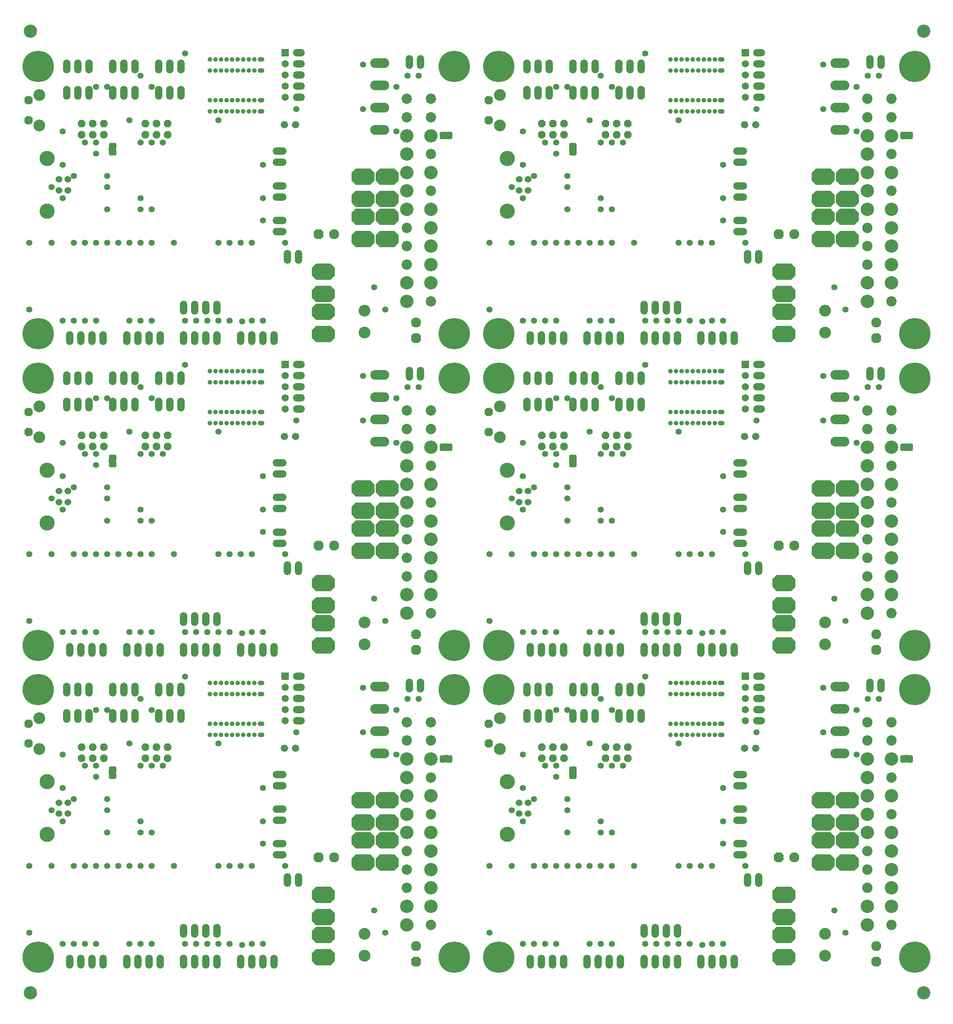
<source format=gbs>
%FSLAX24Y24*%
%MOIN*%
G70*
G01*
G75*
G04 Layer_Color=16711935*
%ADD10C,0.0070*%
G04:AMPARAMS|DCode=11|XSize=78.7mil|YSize=78.7mil|CornerRadius=39.4mil|HoleSize=0mil|Usage=FLASHONLY|Rotation=90.000|XOffset=0mil|YOffset=0mil|HoleType=Round|Shape=RoundedRectangle|*
%AMROUNDEDRECTD11*
21,1,0.0787,0.0000,0,0,90.0*
21,1,0.0000,0.0787,0,0,90.0*
1,1,0.0787,0.0000,0.0000*
1,1,0.0787,0.0000,0.0000*
1,1,0.0787,0.0000,0.0000*
1,1,0.0787,0.0000,0.0000*
%
%ADD11ROUNDEDRECTD11*%
%ADD12C,0.0100*%
G04:AMPARAMS|DCode=13|XSize=52mil|YSize=60mil|CornerRadius=13mil|HoleSize=0mil|Usage=FLASHONLY|Rotation=180.000|XOffset=0mil|YOffset=0mil|HoleType=Round|Shape=RoundedRectangle|*
%AMROUNDEDRECTD13*
21,1,0.0520,0.0340,0,0,180.0*
21,1,0.0260,0.0600,0,0,180.0*
1,1,0.0260,-0.0130,0.0170*
1,1,0.0260,0.0130,0.0170*
1,1,0.0260,0.0130,-0.0170*
1,1,0.0260,-0.0130,-0.0170*
%
%ADD13ROUNDEDRECTD13*%
%ADD14R,0.0600X0.0120*%
%ADD15R,0.0120X0.0600*%
G04:AMPARAMS|DCode=16|XSize=29.1mil|YSize=39.4mil|CornerRadius=5.8mil|HoleSize=0mil|Usage=FLASHONLY|Rotation=180.000|XOffset=0mil|YOffset=0mil|HoleType=Round|Shape=RoundedRectangle|*
%AMROUNDEDRECTD16*
21,1,0.0291,0.0277,0,0,180.0*
21,1,0.0175,0.0394,0,0,180.0*
1,1,0.0117,-0.0087,0.0139*
1,1,0.0117,0.0087,0.0139*
1,1,0.0117,0.0087,-0.0139*
1,1,0.0117,-0.0087,-0.0139*
%
%ADD16ROUNDEDRECTD16*%
%ADD17R,0.1370X0.1370*%
G04:AMPARAMS|DCode=18|XSize=12mil|YSize=32mil|CornerRadius=4.8mil|HoleSize=0mil|Usage=FLASHONLY|Rotation=270.000|XOffset=0mil|YOffset=0mil|HoleType=Round|Shape=RoundedRectangle|*
%AMROUNDEDRECTD18*
21,1,0.0120,0.0224,0,0,270.0*
21,1,0.0024,0.0320,0,0,270.0*
1,1,0.0096,-0.0112,-0.0012*
1,1,0.0096,-0.0112,0.0012*
1,1,0.0096,0.0112,0.0012*
1,1,0.0096,0.0112,-0.0012*
%
%ADD18ROUNDEDRECTD18*%
G04:AMPARAMS|DCode=19|XSize=12mil|YSize=32mil|CornerRadius=4.8mil|HoleSize=0mil|Usage=FLASHONLY|Rotation=180.000|XOffset=0mil|YOffset=0mil|HoleType=Round|Shape=RoundedRectangle|*
%AMROUNDEDRECTD19*
21,1,0.0120,0.0224,0,0,180.0*
21,1,0.0024,0.0320,0,0,180.0*
1,1,0.0096,-0.0012,0.0112*
1,1,0.0096,0.0012,0.0112*
1,1,0.0096,0.0012,-0.0112*
1,1,0.0096,-0.0012,-0.0112*
%
%ADD19ROUNDEDRECTD19*%
%ADD20R,0.1370X0.1370*%
G04:AMPARAMS|DCode=21|XSize=22mil|YSize=24mil|CornerRadius=4.4mil|HoleSize=0mil|Usage=FLASHONLY|Rotation=90.000|XOffset=0mil|YOffset=0mil|HoleType=Round|Shape=RoundedRectangle|*
%AMROUNDEDRECTD21*
21,1,0.0220,0.0152,0,0,90.0*
21,1,0.0132,0.0240,0,0,90.0*
1,1,0.0088,0.0076,0.0066*
1,1,0.0088,0.0076,-0.0066*
1,1,0.0088,-0.0076,-0.0066*
1,1,0.0088,-0.0076,0.0066*
%
%ADD21ROUNDEDRECTD21*%
%ADD22R,0.0236X0.1319*%
G04:AMPARAMS|DCode=23|XSize=22mil|YSize=24mil|CornerRadius=4.4mil|HoleSize=0mil|Usage=FLASHONLY|Rotation=180.000|XOffset=0mil|YOffset=0mil|HoleType=Round|Shape=RoundedRectangle|*
%AMROUNDEDRECTD23*
21,1,0.0220,0.0152,0,0,180.0*
21,1,0.0132,0.0240,0,0,180.0*
1,1,0.0088,-0.0066,0.0076*
1,1,0.0088,0.0066,0.0076*
1,1,0.0088,0.0066,-0.0076*
1,1,0.0088,-0.0066,-0.0076*
%
%ADD23ROUNDEDRECTD23*%
G04:AMPARAMS|DCode=24|XSize=29.1mil|YSize=39.4mil|CornerRadius=5.8mil|HoleSize=0mil|Usage=FLASHONLY|Rotation=270.000|XOffset=0mil|YOffset=0mil|HoleType=Round|Shape=RoundedRectangle|*
%AMROUNDEDRECTD24*
21,1,0.0291,0.0277,0,0,270.0*
21,1,0.0175,0.0394,0,0,270.0*
1,1,0.0117,-0.0139,-0.0087*
1,1,0.0117,-0.0139,0.0087*
1,1,0.0117,0.0139,0.0087*
1,1,0.0117,0.0139,-0.0087*
%
%ADD24ROUNDEDRECTD24*%
G04:AMPARAMS|DCode=25|XSize=52mil|YSize=60mil|CornerRadius=13mil|HoleSize=0mil|Usage=FLASHONLY|Rotation=270.000|XOffset=0mil|YOffset=0mil|HoleType=Round|Shape=RoundedRectangle|*
%AMROUNDEDRECTD25*
21,1,0.0520,0.0340,0,0,270.0*
21,1,0.0260,0.0600,0,0,270.0*
1,1,0.0260,-0.0170,-0.0130*
1,1,0.0260,-0.0170,0.0130*
1,1,0.0260,0.0170,0.0130*
1,1,0.0260,0.0170,-0.0130*
%
%ADD25ROUNDEDRECTD25*%
%ADD26R,0.0200X0.0260*%
%ADD27R,0.0709X0.0543*%
%ADD28R,0.0543X0.0709*%
G04:AMPARAMS|DCode=29|XSize=63mil|YSize=71mil|CornerRadius=15.8mil|HoleSize=0mil|Usage=FLASHONLY|Rotation=270.000|XOffset=0mil|YOffset=0mil|HoleType=Round|Shape=RoundedRectangle|*
%AMROUNDEDRECTD29*
21,1,0.0630,0.0395,0,0,270.0*
21,1,0.0315,0.0710,0,0,270.0*
1,1,0.0315,-0.0198,-0.0158*
1,1,0.0315,-0.0198,0.0158*
1,1,0.0315,0.0198,0.0158*
1,1,0.0315,0.0198,-0.0158*
%
%ADD29ROUNDEDRECTD29*%
%ADD30R,0.0500X0.0150*%
%ADD31R,0.0790X0.0790*%
%ADD32R,0.0790X0.0790*%
%ADD33R,0.0280X0.0200*%
%ADD34R,0.0200X0.0280*%
%ADD35R,0.0360X0.0320*%
%ADD36R,0.0320X0.0360*%
%ADD37R,0.0630X0.1260*%
%ADD38R,0.0240X0.0240*%
%ADD39R,0.0480X0.0480*%
%ADD40R,0.0480X0.0480*%
G04:AMPARAMS|DCode=41|XSize=40mil|YSize=40mil|CornerRadius=20mil|HoleSize=0mil|Usage=FLASHONLY|Rotation=0.000|XOffset=0mil|YOffset=0mil|HoleType=Round|Shape=RoundedRectangle|*
%AMROUNDEDRECTD41*
21,1,0.0400,0.0000,0,0,0.0*
21,1,0.0000,0.0400,0,0,0.0*
1,1,0.0400,0.0000,0.0000*
1,1,0.0400,0.0000,0.0000*
1,1,0.0400,0.0000,0.0000*
1,1,0.0400,0.0000,0.0000*
%
%ADD41ROUNDEDRECTD41*%
%ADD42R,0.0420X0.0520*%
%ADD43R,0.0280X0.0560*%
%ADD44R,0.1970X0.1700*%
%ADD45C,0.0240*%
%ADD46C,0.0080*%
%ADD47C,0.0500*%
%ADD48C,0.0800*%
%ADD49C,0.0320*%
%ADD50C,0.0200*%
%ADD51C,0.0600*%
%ADD52C,0.0250*%
%ADD53C,0.1000*%
%ADD54C,0.0120*%
%ADD55C,0.0140*%
%ADD56C,0.0400*%
%ADD57R,0.1063X0.1220*%
%ADD58R,0.1457X0.2087*%
%ADD59R,0.0945X0.1339*%
%ADD60R,0.0805X0.1685*%
%ADD61R,0.0551X0.0472*%
%ADD62R,0.2441X0.2008*%
%ADD63R,0.3819X0.2046*%
%ADD64R,0.1620X0.0803*%
%ADD65O,0.1024X0.0591*%
%ADD66C,0.0591*%
%ADD67R,0.0591X0.0591*%
%ADD68O,0.0540X0.0360*%
%ADD69C,0.0360*%
%ADD70C,0.1305*%
%ADD71C,0.0540*%
%ADD72P,0.0758X8X292.5*%
%ADD73C,0.1000*%
%ADD74C,0.2756*%
%ADD75O,0.1650X0.0825*%
%ADD76O,0.0600X0.1200*%
%ADD77O,0.1200X0.0600*%
%ADD78C,0.0600*%
%ADD79P,0.0671X8X22.5*%
%ADD80C,0.0840*%
%ADD81P,0.0909X8X292.5*%
%ADD82P,0.0909X8X202.5*%
%ADD83C,0.1142*%
%ADD84C,0.0870*%
G04:AMPARAMS|DCode=85|XSize=140mil|YSize=200mil|CornerRadius=0mil|HoleSize=0mil|Usage=FLASHONLY|Rotation=270.000|XOffset=0mil|YOffset=0mil|HoleType=Round|Shape=Octagon|*
%AMOCTAGOND85*
4,1,8,0.1000,0.0350,0.1000,-0.0350,0.0650,-0.0700,-0.0650,-0.0700,-0.1000,-0.0350,-0.1000,0.0350,-0.0650,0.0700,0.0650,0.0700,0.1000,0.0350,0.0*
%
%ADD85OCTAGOND85*%

%ADD86C,0.0300*%
%ADD87C,0.0500*%
%ADD88C,0.0320*%
%ADD89C,0.1581*%
%ADD90C,0.0594*%
G04:AMPARAMS|DCode=91|XSize=95.433mil|YSize=95.433mil|CornerRadius=0mil|HoleSize=0mil|Usage=FLASHONLY|Rotation=0.000|XOffset=0mil|YOffset=0mil|HoleType=Round|Shape=Relief|Width=10mil|Gap=10mil|Entries=4|*
%AMTHD91*
7,0,0,0.0954,0.0754,0.0100,45*
%
%ADD91THD91*%
%ADD92C,0.0460*%
G04:AMPARAMS|DCode=93|XSize=82mil|YSize=82mil|CornerRadius=0mil|HoleSize=0mil|Usage=FLASHONLY|Rotation=0.000|XOffset=0mil|YOffset=0mil|HoleType=Round|Shape=Relief|Width=10mil|Gap=10mil|Entries=4|*
%AMTHD93*
7,0,0,0.0820,0.0620,0.0100,45*
%
%ADD93THD93*%
%ADD94C,0.1110*%
G04:AMPARAMS|DCode=95|XSize=98mil|YSize=98mil|CornerRadius=0mil|HoleSize=0mil|Usage=FLASHONLY|Rotation=0.000|XOffset=0mil|YOffset=0mil|HoleType=Round|Shape=Relief|Width=10mil|Gap=10mil|Entries=4|*
%AMTHD95*
7,0,0,0.0980,0.0780,0.0100,45*
%
%ADD95THD95*%
%ADD96C,0.0620*%
%ADD97C,0.0640*%
G04:AMPARAMS|DCode=98|XSize=100mil|YSize=100mil|CornerRadius=0mil|HoleSize=0mil|Usage=FLASHONLY|Rotation=0.000|XOffset=0mil|YOffset=0mil|HoleType=Round|Shape=Relief|Width=10mil|Gap=10mil|Entries=4|*
%AMTHD98*
7,0,0,0.1000,0.0800,0.0100,45*
%
%ADD98THD98*%
%ADD99C,0.0830*%
%ADD100C,0.1421*%
%ADD101C,0.0790*%
G04:AMPARAMS|DCode=102|XSize=130.866mil|YSize=130.866mil|CornerRadius=0mil|HoleSize=0mil|Usage=FLASHONLY|Rotation=0.000|XOffset=0mil|YOffset=0mil|HoleType=Round|Shape=Relief|Width=10mil|Gap=10mil|Entries=4|*
%AMTHD102*
7,0,0,0.1309,0.1109,0.0100,45*
%
%ADD102THD102*%
%ADD103C,0.0949*%
%ADD104C,0.1240*%
%ADD105C,0.0390*%
%ADD106C,0.0520*%
%ADD107C,0.1400*%
%ADD108R,0.4094X0.4331*%
%ADD109R,0.3425X0.4331*%
%ADD110R,0.3583X0.4331*%
%ADD111R,0.3622X0.4331*%
G04:AMPARAMS|DCode=112|XSize=46mil|YSize=63mil|CornerRadius=11.5mil|HoleSize=0mil|Usage=FLASHONLY|Rotation=180.000|XOffset=0mil|YOffset=0mil|HoleType=Round|Shape=RoundedRectangle|*
%AMROUNDEDRECTD112*
21,1,0.0460,0.0400,0,0,180.0*
21,1,0.0230,0.0630,0,0,180.0*
1,1,0.0230,-0.0115,0.0200*
1,1,0.0230,0.0115,0.0200*
1,1,0.0230,0.0115,-0.0200*
1,1,0.0230,-0.0115,-0.0200*
%
%ADD112ROUNDEDRECTD112*%
G04:AMPARAMS|DCode=113|XSize=50mil|YSize=50mil|CornerRadius=25mil|HoleSize=0mil|Usage=FLASHONLY|Rotation=180.000|XOffset=0mil|YOffset=0mil|HoleType=Round|Shape=RoundedRectangle|*
%AMROUNDEDRECTD113*
21,1,0.0500,0.0000,0,0,180.0*
21,1,0.0000,0.0500,0,0,180.0*
1,1,0.0500,0.0000,0.0000*
1,1,0.0500,0.0000,0.0000*
1,1,0.0500,0.0000,0.0000*
1,1,0.0500,0.0000,0.0000*
%
%ADD113ROUNDEDRECTD113*%
G04:AMPARAMS|DCode=114|XSize=50mil|YSize=50mil|CornerRadius=25mil|HoleSize=0mil|Usage=FLASHONLY|Rotation=90.000|XOffset=0mil|YOffset=0mil|HoleType=Round|Shape=RoundedRectangle|*
%AMROUNDEDRECTD114*
21,1,0.0500,0.0000,0,0,90.0*
21,1,0.0000,0.0500,0,0,90.0*
1,1,0.0500,0.0000,0.0000*
1,1,0.0500,0.0000,0.0000*
1,1,0.0500,0.0000,0.0000*
1,1,0.0500,0.0000,0.0000*
%
%ADD114ROUNDEDRECTD114*%
G04:AMPARAMS|DCode=115|XSize=46mil|YSize=63mil|CornerRadius=11.5mil|HoleSize=0mil|Usage=FLASHONLY|Rotation=270.000|XOffset=0mil|YOffset=0mil|HoleType=Round|Shape=RoundedRectangle|*
%AMROUNDEDRECTD115*
21,1,0.0460,0.0400,0,0,270.0*
21,1,0.0230,0.0630,0,0,270.0*
1,1,0.0230,-0.0200,-0.0115*
1,1,0.0230,-0.0200,0.0115*
1,1,0.0230,0.0200,0.0115*
1,1,0.0230,0.0200,-0.0115*
%
%ADD115ROUNDEDRECTD115*%
%ADD116C,0.0180*%
%ADD117C,0.0160*%
%ADD118C,0.0098*%
%ADD119C,0.0050*%
%ADD120C,0.0060*%
%ADD121C,0.0000*%
%ADD122C,0.0079*%
%ADD123C,0.0040*%
%ADD124R,0.0879X0.0295*%
%ADD125R,0.0295X0.0879*%
%ADD126R,0.0492X0.2450*%
%ADD127R,0.0120X0.0059*%
%ADD128R,0.0120X0.0060*%
%ADD129R,0.0120X0.0119*%
%ADD130R,0.0059X0.0120*%
%ADD131R,0.0060X0.0120*%
%ADD132R,0.0119X0.0120*%
G04:AMPARAMS|DCode=133|XSize=54mil|YSize=62mil|CornerRadius=14mil|HoleSize=0mil|Usage=FLASHONLY|Rotation=180.000|XOffset=0mil|YOffset=0mil|HoleType=Round|Shape=RoundedRectangle|*
%AMROUNDEDRECTD133*
21,1,0.0540,0.0340,0,0,180.0*
21,1,0.0260,0.0620,0,0,180.0*
1,1,0.0280,-0.0130,0.0170*
1,1,0.0280,0.0130,0.0170*
1,1,0.0280,0.0130,-0.0170*
1,1,0.0280,-0.0130,-0.0170*
%
%ADD133ROUNDEDRECTD133*%
%ADD134R,0.0620X0.0140*%
%ADD135R,0.0140X0.0620*%
G04:AMPARAMS|DCode=136|XSize=31.1mil|YSize=41.4mil|CornerRadius=6.8mil|HoleSize=0mil|Usage=FLASHONLY|Rotation=180.000|XOffset=0mil|YOffset=0mil|HoleType=Round|Shape=RoundedRectangle|*
%AMROUNDEDRECTD136*
21,1,0.0311,0.0277,0,0,180.0*
21,1,0.0175,0.0414,0,0,180.0*
1,1,0.0137,-0.0087,0.0139*
1,1,0.0137,0.0087,0.0139*
1,1,0.0137,0.0087,-0.0139*
1,1,0.0137,-0.0087,-0.0139*
%
%ADD136ROUNDEDRECTD136*%
G04:AMPARAMS|DCode=137|XSize=14mil|YSize=34mil|CornerRadius=5.8mil|HoleSize=0mil|Usage=FLASHONLY|Rotation=270.000|XOffset=0mil|YOffset=0mil|HoleType=Round|Shape=RoundedRectangle|*
%AMROUNDEDRECTD137*
21,1,0.0140,0.0224,0,0,270.0*
21,1,0.0024,0.0340,0,0,270.0*
1,1,0.0116,-0.0112,-0.0012*
1,1,0.0116,-0.0112,0.0012*
1,1,0.0116,0.0112,0.0012*
1,1,0.0116,0.0112,-0.0012*
%
%ADD137ROUNDEDRECTD137*%
G04:AMPARAMS|DCode=138|XSize=14mil|YSize=34mil|CornerRadius=5.8mil|HoleSize=0mil|Usage=FLASHONLY|Rotation=180.000|XOffset=0mil|YOffset=0mil|HoleType=Round|Shape=RoundedRectangle|*
%AMROUNDEDRECTD138*
21,1,0.0140,0.0224,0,0,180.0*
21,1,0.0024,0.0340,0,0,180.0*
1,1,0.0116,-0.0012,0.0112*
1,1,0.0116,0.0012,0.0112*
1,1,0.0116,0.0012,-0.0112*
1,1,0.0116,-0.0012,-0.0112*
%
%ADD138ROUNDEDRECTD138*%
G04:AMPARAMS|DCode=139|XSize=24mil|YSize=26mil|CornerRadius=5.4mil|HoleSize=0mil|Usage=FLASHONLY|Rotation=90.000|XOffset=0mil|YOffset=0mil|HoleType=Round|Shape=RoundedRectangle|*
%AMROUNDEDRECTD139*
21,1,0.0240,0.0152,0,0,90.0*
21,1,0.0132,0.0260,0,0,90.0*
1,1,0.0108,0.0076,0.0066*
1,1,0.0108,0.0076,-0.0066*
1,1,0.0108,-0.0076,-0.0066*
1,1,0.0108,-0.0076,0.0066*
%
%ADD139ROUNDEDRECTD139*%
%ADD140R,0.0256X0.1339*%
G04:AMPARAMS|DCode=141|XSize=24mil|YSize=26mil|CornerRadius=5.4mil|HoleSize=0mil|Usage=FLASHONLY|Rotation=180.000|XOffset=0mil|YOffset=0mil|HoleType=Round|Shape=RoundedRectangle|*
%AMROUNDEDRECTD141*
21,1,0.0240,0.0152,0,0,180.0*
21,1,0.0132,0.0260,0,0,180.0*
1,1,0.0108,-0.0066,0.0076*
1,1,0.0108,0.0066,0.0076*
1,1,0.0108,0.0066,-0.0076*
1,1,0.0108,-0.0066,-0.0076*
%
%ADD141ROUNDEDRECTD141*%
G04:AMPARAMS|DCode=142|XSize=31.1mil|YSize=41.4mil|CornerRadius=6.8mil|HoleSize=0mil|Usage=FLASHONLY|Rotation=270.000|XOffset=0mil|YOffset=0mil|HoleType=Round|Shape=RoundedRectangle|*
%AMROUNDEDRECTD142*
21,1,0.0311,0.0277,0,0,270.0*
21,1,0.0175,0.0414,0,0,270.0*
1,1,0.0137,-0.0139,-0.0087*
1,1,0.0137,-0.0139,0.0087*
1,1,0.0137,0.0139,0.0087*
1,1,0.0137,0.0139,-0.0087*
%
%ADD142ROUNDEDRECTD142*%
G04:AMPARAMS|DCode=143|XSize=54mil|YSize=62mil|CornerRadius=14mil|HoleSize=0mil|Usage=FLASHONLY|Rotation=270.000|XOffset=0mil|YOffset=0mil|HoleType=Round|Shape=RoundedRectangle|*
%AMROUNDEDRECTD143*
21,1,0.0540,0.0340,0,0,270.0*
21,1,0.0260,0.0620,0,0,270.0*
1,1,0.0280,-0.0170,-0.0130*
1,1,0.0280,-0.0170,0.0130*
1,1,0.0280,0.0170,0.0130*
1,1,0.0280,0.0170,-0.0130*
%
%ADD143ROUNDEDRECTD143*%
%ADD144R,0.0220X0.0280*%
%ADD145R,0.0729X0.0563*%
%ADD146R,0.0563X0.0729*%
G04:AMPARAMS|DCode=147|XSize=65mil|YSize=73mil|CornerRadius=16.8mil|HoleSize=0mil|Usage=FLASHONLY|Rotation=270.000|XOffset=0mil|YOffset=0mil|HoleType=Round|Shape=RoundedRectangle|*
%AMROUNDEDRECTD147*
21,1,0.0650,0.0395,0,0,270.0*
21,1,0.0315,0.0730,0,0,270.0*
1,1,0.0335,-0.0198,-0.0158*
1,1,0.0335,-0.0198,0.0158*
1,1,0.0335,0.0198,0.0158*
1,1,0.0335,0.0198,-0.0158*
%
%ADD147ROUNDEDRECTD147*%
%ADD148R,0.0520X0.0170*%
%ADD149R,0.0810X0.0810*%
%ADD150R,0.0810X0.0810*%
%ADD151R,0.0300X0.0220*%
%ADD152R,0.0220X0.0300*%
%ADD153R,0.0380X0.0340*%
%ADD154R,0.0340X0.0380*%
%ADD155R,0.0650X0.1280*%
%ADD156R,0.0260X0.0260*%
%ADD157R,0.0500X0.0500*%
%ADD158R,0.0500X0.0500*%
%ADD159R,0.0440X0.0540*%
%ADD160R,0.0300X0.0580*%
%ADD161R,0.1990X0.1720*%
%ADD162C,0.0150*%
%ADD163R,0.1585X0.2303*%
%ADD164R,0.2303X0.1594*%
%ADD165R,0.1594X0.2303*%
%ADD166R,0.2303X0.1585*%
%ADD167R,0.0460X0.0130*%
%ADD168R,0.0530X0.0170*%
G04:AMPARAMS|DCode=169|XSize=118.7mil|YSize=118.7mil|CornerRadius=59.4mil|HoleSize=0mil|Usage=FLASHONLY|Rotation=90.000|XOffset=0mil|YOffset=0mil|HoleType=Round|Shape=RoundedRectangle|*
%AMROUNDEDRECTD169*
21,1,0.1187,0.0000,0,0,90.0*
21,1,0.0000,0.1187,0,0,90.0*
1,1,0.1187,0.0000,0.0000*
1,1,0.1187,0.0000,0.0000*
1,1,0.1187,0.0000,0.0000*
1,1,0.1187,0.0000,0.0000*
%
%ADD169ROUNDEDRECTD169*%
G04:AMPARAMS|DCode=170|XSize=58mil|YSize=66mil|CornerRadius=16mil|HoleSize=0mil|Usage=FLASHONLY|Rotation=180.000|XOffset=0mil|YOffset=0mil|HoleType=Round|Shape=RoundedRectangle|*
%AMROUNDEDRECTD170*
21,1,0.0580,0.0340,0,0,180.0*
21,1,0.0260,0.0660,0,0,180.0*
1,1,0.0320,-0.0130,0.0170*
1,1,0.0320,0.0130,0.0170*
1,1,0.0320,0.0130,-0.0170*
1,1,0.0320,-0.0130,-0.0170*
%
%ADD170ROUNDEDRECTD170*%
%ADD171R,0.0680X0.0200*%
%ADD172R,0.0200X0.0680*%
G04:AMPARAMS|DCode=173|XSize=35.1mil|YSize=45.4mil|CornerRadius=8.8mil|HoleSize=0mil|Usage=FLASHONLY|Rotation=180.000|XOffset=0mil|YOffset=0mil|HoleType=Round|Shape=RoundedRectangle|*
%AMROUNDEDRECTD173*
21,1,0.0351,0.0277,0,0,180.0*
21,1,0.0175,0.0454,0,0,180.0*
1,1,0.0177,-0.0087,0.0139*
1,1,0.0177,0.0087,0.0139*
1,1,0.0177,0.0087,-0.0139*
1,1,0.0177,-0.0087,-0.0139*
%
%ADD173ROUNDEDRECTD173*%
%ADD174R,0.1430X0.1430*%
G04:AMPARAMS|DCode=175|XSize=18mil|YSize=38mil|CornerRadius=7.8mil|HoleSize=0mil|Usage=FLASHONLY|Rotation=270.000|XOffset=0mil|YOffset=0mil|HoleType=Round|Shape=RoundedRectangle|*
%AMROUNDEDRECTD175*
21,1,0.0180,0.0224,0,0,270.0*
21,1,0.0024,0.0380,0,0,270.0*
1,1,0.0156,-0.0112,-0.0012*
1,1,0.0156,-0.0112,0.0012*
1,1,0.0156,0.0112,0.0012*
1,1,0.0156,0.0112,-0.0012*
%
%ADD175ROUNDEDRECTD175*%
G04:AMPARAMS|DCode=176|XSize=18mil|YSize=38mil|CornerRadius=7.8mil|HoleSize=0mil|Usage=FLASHONLY|Rotation=180.000|XOffset=0mil|YOffset=0mil|HoleType=Round|Shape=RoundedRectangle|*
%AMROUNDEDRECTD176*
21,1,0.0180,0.0224,0,0,180.0*
21,1,0.0024,0.0380,0,0,180.0*
1,1,0.0156,-0.0012,0.0112*
1,1,0.0156,0.0012,0.0112*
1,1,0.0156,0.0012,-0.0112*
1,1,0.0156,-0.0012,-0.0112*
%
%ADD176ROUNDEDRECTD176*%
%ADD177R,0.1430X0.1430*%
G04:AMPARAMS|DCode=178|XSize=28mil|YSize=30mil|CornerRadius=7.4mil|HoleSize=0mil|Usage=FLASHONLY|Rotation=90.000|XOffset=0mil|YOffset=0mil|HoleType=Round|Shape=RoundedRectangle|*
%AMROUNDEDRECTD178*
21,1,0.0280,0.0152,0,0,90.0*
21,1,0.0132,0.0300,0,0,90.0*
1,1,0.0148,0.0076,0.0066*
1,1,0.0148,0.0076,-0.0066*
1,1,0.0148,-0.0076,-0.0066*
1,1,0.0148,-0.0076,0.0066*
%
%ADD178ROUNDEDRECTD178*%
%ADD179R,0.0296X0.1379*%
G04:AMPARAMS|DCode=180|XSize=28mil|YSize=30mil|CornerRadius=7.4mil|HoleSize=0mil|Usage=FLASHONLY|Rotation=180.000|XOffset=0mil|YOffset=0mil|HoleType=Round|Shape=RoundedRectangle|*
%AMROUNDEDRECTD180*
21,1,0.0280,0.0152,0,0,180.0*
21,1,0.0132,0.0300,0,0,180.0*
1,1,0.0148,-0.0066,0.0076*
1,1,0.0148,0.0066,0.0076*
1,1,0.0148,0.0066,-0.0076*
1,1,0.0148,-0.0066,-0.0076*
%
%ADD180ROUNDEDRECTD180*%
G04:AMPARAMS|DCode=181|XSize=35.1mil|YSize=45.4mil|CornerRadius=8.8mil|HoleSize=0mil|Usage=FLASHONLY|Rotation=270.000|XOffset=0mil|YOffset=0mil|HoleType=Round|Shape=RoundedRectangle|*
%AMROUNDEDRECTD181*
21,1,0.0351,0.0277,0,0,270.0*
21,1,0.0175,0.0454,0,0,270.0*
1,1,0.0177,-0.0139,-0.0087*
1,1,0.0177,-0.0139,0.0087*
1,1,0.0177,0.0139,0.0087*
1,1,0.0177,0.0139,-0.0087*
%
%ADD181ROUNDEDRECTD181*%
G04:AMPARAMS|DCode=182|XSize=58mil|YSize=66mil|CornerRadius=16mil|HoleSize=0mil|Usage=FLASHONLY|Rotation=270.000|XOffset=0mil|YOffset=0mil|HoleType=Round|Shape=RoundedRectangle|*
%AMROUNDEDRECTD182*
21,1,0.0580,0.0340,0,0,270.0*
21,1,0.0260,0.0660,0,0,270.0*
1,1,0.0320,-0.0170,-0.0130*
1,1,0.0320,-0.0170,0.0130*
1,1,0.0320,0.0170,0.0130*
1,1,0.0320,0.0170,-0.0130*
%
%ADD182ROUNDEDRECTD182*%
%ADD183R,0.0260X0.0320*%
%ADD184R,0.0769X0.0603*%
%ADD185R,0.0603X0.0769*%
G04:AMPARAMS|DCode=186|XSize=69mil|YSize=77mil|CornerRadius=18.8mil|HoleSize=0mil|Usage=FLASHONLY|Rotation=270.000|XOffset=0mil|YOffset=0mil|HoleType=Round|Shape=RoundedRectangle|*
%AMROUNDEDRECTD186*
21,1,0.0690,0.0395,0,0,270.0*
21,1,0.0315,0.0770,0,0,270.0*
1,1,0.0375,-0.0198,-0.0158*
1,1,0.0375,-0.0198,0.0158*
1,1,0.0375,0.0198,0.0158*
1,1,0.0375,0.0198,-0.0158*
%
%ADD186ROUNDEDRECTD186*%
%ADD187R,0.0560X0.0210*%
%ADD188R,0.0850X0.0850*%
%ADD189R,0.0850X0.0850*%
%ADD190R,0.0340X0.0260*%
%ADD191R,0.0260X0.0340*%
%ADD192R,0.0420X0.0380*%
%ADD193R,0.0380X0.0420*%
%ADD194R,0.0690X0.1320*%
%ADD195R,0.0300X0.0300*%
%ADD196R,0.0540X0.0540*%
%ADD197R,0.0540X0.0540*%
G04:AMPARAMS|DCode=198|XSize=80mil|YSize=80mil|CornerRadius=40mil|HoleSize=0mil|Usage=FLASHONLY|Rotation=0.000|XOffset=0mil|YOffset=0mil|HoleType=Round|Shape=RoundedRectangle|*
%AMROUNDEDRECTD198*
21,1,0.0800,0.0000,0,0,0.0*
21,1,0.0000,0.0800,0,0,0.0*
1,1,0.0800,0.0000,0.0000*
1,1,0.0800,0.0000,0.0000*
1,1,0.0800,0.0000,0.0000*
1,1,0.0800,0.0000,0.0000*
%
%ADD198ROUNDEDRECTD198*%
%ADD199R,0.0480X0.0580*%
%ADD200R,0.0340X0.0620*%
%ADD201R,0.2030X0.1760*%
%ADD202O,0.1084X0.0651*%
%ADD203C,0.0651*%
%ADD204R,0.0651X0.0651*%
%ADD205O,0.0600X0.0420*%
%ADD206C,0.0420*%
%ADD207C,0.1365*%
%ADD208P,0.0823X8X292.5*%
%ADD209C,0.1060*%
%ADD210C,0.2816*%
%ADD211O,0.1710X0.0885*%
%ADD212O,0.0660X0.1260*%
%ADD213O,0.1260X0.0660*%
%ADD214C,0.0660*%
%ADD215P,0.0736X8X22.5*%
%ADD216C,0.0900*%
%ADD217P,0.0974X8X292.5*%
%ADD218P,0.0974X8X202.5*%
%ADD219C,0.1202*%
%ADD220C,0.0930*%
G04:AMPARAMS|DCode=221|XSize=146mil|YSize=206mil|CornerRadius=0mil|HoleSize=0mil|Usage=FLASHONLY|Rotation=270.000|XOffset=0mil|YOffset=0mil|HoleType=Round|Shape=Octagon|*
%AMOCTAGOND221*
4,1,8,0.1030,0.0365,0.1030,-0.0365,0.0665,-0.0730,-0.0665,-0.0730,-0.1030,-0.0365,-0.1030,0.0365,-0.0665,0.0730,0.0665,0.0730,0.1030,0.0365,0.0*
%
%ADD221OCTAGOND221*%

%ADD222R,0.0354X0.0704*%
%ADD223R,0.0704X0.0354*%
G04:AMPARAMS|DCode=224|XSize=52mil|YSize=69mil|CornerRadius=14.5mil|HoleSize=0mil|Usage=FLASHONLY|Rotation=180.000|XOffset=0mil|YOffset=0mil|HoleType=Round|Shape=RoundedRectangle|*
%AMROUNDEDRECTD224*
21,1,0.0520,0.0400,0,0,180.0*
21,1,0.0230,0.0690,0,0,180.0*
1,1,0.0290,-0.0115,0.0200*
1,1,0.0290,0.0115,0.0200*
1,1,0.0290,0.0115,-0.0200*
1,1,0.0290,-0.0115,-0.0200*
%
%ADD224ROUNDEDRECTD224*%
G04:AMPARAMS|DCode=225|XSize=56mil|YSize=56mil|CornerRadius=28mil|HoleSize=0mil|Usage=FLASHONLY|Rotation=180.000|XOffset=0mil|YOffset=0mil|HoleType=Round|Shape=RoundedRectangle|*
%AMROUNDEDRECTD225*
21,1,0.0560,0.0000,0,0,180.0*
21,1,0.0000,0.0560,0,0,180.0*
1,1,0.0560,0.0000,0.0000*
1,1,0.0560,0.0000,0.0000*
1,1,0.0560,0.0000,0.0000*
1,1,0.0560,0.0000,0.0000*
%
%ADD225ROUNDEDRECTD225*%
G04:AMPARAMS|DCode=226|XSize=56mil|YSize=56mil|CornerRadius=28mil|HoleSize=0mil|Usage=FLASHONLY|Rotation=90.000|XOffset=0mil|YOffset=0mil|HoleType=Round|Shape=RoundedRectangle|*
%AMROUNDEDRECTD226*
21,1,0.0560,0.0000,0,0,90.0*
21,1,0.0000,0.0560,0,0,90.0*
1,1,0.0560,0.0000,0.0000*
1,1,0.0560,0.0000,0.0000*
1,1,0.0560,0.0000,0.0000*
1,1,0.0560,0.0000,0.0000*
%
%ADD226ROUNDEDRECTD226*%
G04:AMPARAMS|DCode=227|XSize=52mil|YSize=69mil|CornerRadius=14.5mil|HoleSize=0mil|Usage=FLASHONLY|Rotation=270.000|XOffset=0mil|YOffset=0mil|HoleType=Round|Shape=RoundedRectangle|*
%AMROUNDEDRECTD227*
21,1,0.0520,0.0400,0,0,270.0*
21,1,0.0230,0.0690,0,0,270.0*
1,1,0.0290,-0.0200,-0.0115*
1,1,0.0290,-0.0200,0.0115*
1,1,0.0290,0.0200,0.0115*
1,1,0.0290,0.0200,-0.0115*
%
%ADD227ROUNDEDRECTD227*%
D78*
X15637Y26665D02*
D03*
Y27657D02*
D03*
X16427D02*
D03*
Y26665D02*
D03*
X57015D02*
D03*
Y27657D02*
D03*
X57805D02*
D03*
Y26665D02*
D03*
X15637Y54657D02*
D03*
Y55650D02*
D03*
X16427D02*
D03*
Y54657D02*
D03*
X57015D02*
D03*
Y55650D02*
D03*
X57805D02*
D03*
Y54657D02*
D03*
X15637Y82650D02*
D03*
Y83642D02*
D03*
X16427D02*
D03*
Y82650D02*
D03*
X57015D02*
D03*
Y83642D02*
D03*
X57805D02*
D03*
Y82650D02*
D03*
D169*
X13061Y10561D02*
D03*
X93356D02*
D03*
Y96959D02*
D03*
X13061D02*
D03*
D202*
X37185Y35018D02*
D03*
Y36019D02*
D03*
Y37018D02*
D03*
Y38019D02*
D03*
Y39018D02*
D03*
X78563Y35018D02*
D03*
Y36019D02*
D03*
Y37018D02*
D03*
Y38019D02*
D03*
Y39018D02*
D03*
X37185Y63011D02*
D03*
Y64011D02*
D03*
Y65011D02*
D03*
Y66011D02*
D03*
Y67011D02*
D03*
X78563Y63011D02*
D03*
Y64011D02*
D03*
Y65011D02*
D03*
Y66011D02*
D03*
Y67011D02*
D03*
X37185Y91003D02*
D03*
Y92003D02*
D03*
Y93003D02*
D03*
Y94003D02*
D03*
Y95003D02*
D03*
X78563Y91003D02*
D03*
Y92003D02*
D03*
Y93003D02*
D03*
Y94003D02*
D03*
Y95003D02*
D03*
D203*
X35968Y35018D02*
D03*
Y36019D02*
D03*
Y37018D02*
D03*
Y38019D02*
D03*
X77346Y35018D02*
D03*
Y36019D02*
D03*
Y37018D02*
D03*
Y38019D02*
D03*
X35968Y63011D02*
D03*
Y64011D02*
D03*
Y65011D02*
D03*
Y66011D02*
D03*
X77346Y63011D02*
D03*
Y64011D02*
D03*
Y65011D02*
D03*
Y66011D02*
D03*
X35968Y91003D02*
D03*
Y92003D02*
D03*
Y93003D02*
D03*
Y94003D02*
D03*
X77346Y91003D02*
D03*
Y92003D02*
D03*
Y93003D02*
D03*
Y94003D02*
D03*
D204*
X35968Y39018D02*
D03*
X77346D02*
D03*
X35968Y67011D02*
D03*
X77346D02*
D03*
X35968Y95003D02*
D03*
X77346D02*
D03*
D205*
X33797Y38413D02*
D03*
Y37413D02*
D03*
Y34752D02*
D03*
Y33752D02*
D03*
X75175Y38413D02*
D03*
Y37413D02*
D03*
Y34752D02*
D03*
Y33752D02*
D03*
X33797Y66406D02*
D03*
Y65406D02*
D03*
Y62744D02*
D03*
Y61744D02*
D03*
X75175Y66406D02*
D03*
Y65406D02*
D03*
Y62744D02*
D03*
Y61744D02*
D03*
X33797Y94398D02*
D03*
Y93398D02*
D03*
Y90736D02*
D03*
Y89736D02*
D03*
X75175Y94398D02*
D03*
Y93398D02*
D03*
Y90736D02*
D03*
Y89736D02*
D03*
D206*
X33207Y38413D02*
D03*
Y37413D02*
D03*
X32707Y38413D02*
D03*
Y37413D02*
D03*
X32207Y38413D02*
D03*
Y37413D02*
D03*
X31707Y38413D02*
D03*
Y37413D02*
D03*
X31207Y38413D02*
D03*
Y37413D02*
D03*
X30707Y38413D02*
D03*
Y37413D02*
D03*
X30207Y38413D02*
D03*
Y37413D02*
D03*
X29707Y38413D02*
D03*
Y37413D02*
D03*
X29207Y38413D02*
D03*
Y37413D02*
D03*
X33207Y34752D02*
D03*
Y33752D02*
D03*
X32707Y34752D02*
D03*
Y33752D02*
D03*
X32207Y34752D02*
D03*
Y33752D02*
D03*
X31707Y34752D02*
D03*
Y33752D02*
D03*
X31207Y34752D02*
D03*
Y33752D02*
D03*
X30707Y34752D02*
D03*
Y33752D02*
D03*
X30207Y34752D02*
D03*
Y33752D02*
D03*
X29707Y34752D02*
D03*
Y33752D02*
D03*
X29207Y34752D02*
D03*
Y33752D02*
D03*
X74585Y38413D02*
D03*
Y37413D02*
D03*
X74085Y38413D02*
D03*
Y37413D02*
D03*
X73585Y38413D02*
D03*
Y37413D02*
D03*
X73085Y38413D02*
D03*
Y37413D02*
D03*
X72585Y38413D02*
D03*
Y37413D02*
D03*
X72085Y38413D02*
D03*
Y37413D02*
D03*
X71585Y38413D02*
D03*
Y37413D02*
D03*
X71085Y38413D02*
D03*
Y37413D02*
D03*
X70585Y38413D02*
D03*
Y37413D02*
D03*
X74585Y34752D02*
D03*
Y33752D02*
D03*
X74085Y34752D02*
D03*
Y33752D02*
D03*
X73585Y34752D02*
D03*
Y33752D02*
D03*
X73085Y34752D02*
D03*
Y33752D02*
D03*
X72585Y34752D02*
D03*
Y33752D02*
D03*
X72085Y34752D02*
D03*
Y33752D02*
D03*
X71585Y34752D02*
D03*
Y33752D02*
D03*
X71085Y34752D02*
D03*
Y33752D02*
D03*
X70585Y34752D02*
D03*
Y33752D02*
D03*
X33207Y66406D02*
D03*
Y65406D02*
D03*
X32707Y66406D02*
D03*
Y65406D02*
D03*
X32207Y66406D02*
D03*
Y65406D02*
D03*
X31707Y66406D02*
D03*
Y65406D02*
D03*
X31207Y66406D02*
D03*
Y65406D02*
D03*
X30707Y66406D02*
D03*
Y65406D02*
D03*
X30207Y66406D02*
D03*
Y65406D02*
D03*
X29707Y66406D02*
D03*
Y65406D02*
D03*
X29207Y66406D02*
D03*
Y65406D02*
D03*
X33207Y62744D02*
D03*
Y61744D02*
D03*
X32707Y62744D02*
D03*
Y61744D02*
D03*
X32207Y62744D02*
D03*
Y61744D02*
D03*
X31707Y62744D02*
D03*
Y61744D02*
D03*
X31207Y62744D02*
D03*
Y61744D02*
D03*
X30707Y62744D02*
D03*
Y61744D02*
D03*
X30207Y62744D02*
D03*
Y61744D02*
D03*
X29707Y62744D02*
D03*
Y61744D02*
D03*
X29207Y62744D02*
D03*
Y61744D02*
D03*
X74585Y66406D02*
D03*
Y65406D02*
D03*
X74085Y66406D02*
D03*
Y65406D02*
D03*
X73585Y66406D02*
D03*
Y65406D02*
D03*
X73085Y66406D02*
D03*
Y65406D02*
D03*
X72585Y66406D02*
D03*
Y65406D02*
D03*
X72085Y66406D02*
D03*
Y65406D02*
D03*
X71585Y66406D02*
D03*
Y65406D02*
D03*
X71085Y66406D02*
D03*
Y65406D02*
D03*
X70585Y66406D02*
D03*
Y65406D02*
D03*
X74585Y62744D02*
D03*
Y61744D02*
D03*
X74085Y62744D02*
D03*
Y61744D02*
D03*
X73585Y62744D02*
D03*
Y61744D02*
D03*
X73085Y62744D02*
D03*
Y61744D02*
D03*
X72585Y62744D02*
D03*
Y61744D02*
D03*
X72085Y62744D02*
D03*
Y61744D02*
D03*
X71585Y62744D02*
D03*
Y61744D02*
D03*
X71085Y62744D02*
D03*
Y61744D02*
D03*
X70585Y62744D02*
D03*
Y61744D02*
D03*
X33207Y94398D02*
D03*
Y93398D02*
D03*
X32707Y94398D02*
D03*
Y93398D02*
D03*
X32207Y94398D02*
D03*
Y93398D02*
D03*
X31707Y94398D02*
D03*
Y93398D02*
D03*
X31207Y94398D02*
D03*
Y93398D02*
D03*
X30707Y94398D02*
D03*
Y93398D02*
D03*
X30207Y94398D02*
D03*
Y93398D02*
D03*
X29707Y94398D02*
D03*
Y93398D02*
D03*
X29207Y94398D02*
D03*
Y93398D02*
D03*
X33207Y90736D02*
D03*
Y89736D02*
D03*
X32707Y90736D02*
D03*
Y89736D02*
D03*
X32207Y90736D02*
D03*
Y89736D02*
D03*
X31707Y90736D02*
D03*
Y89736D02*
D03*
X31207Y90736D02*
D03*
Y89736D02*
D03*
X30707Y90736D02*
D03*
Y89736D02*
D03*
X30207Y90736D02*
D03*
Y89736D02*
D03*
X29707Y90736D02*
D03*
Y89736D02*
D03*
X29207Y90736D02*
D03*
Y89736D02*
D03*
X74585Y94398D02*
D03*
Y93398D02*
D03*
X74085Y94398D02*
D03*
Y93398D02*
D03*
X73585Y94398D02*
D03*
Y93398D02*
D03*
X73085Y94398D02*
D03*
Y93398D02*
D03*
X72585Y94398D02*
D03*
Y93398D02*
D03*
X72085Y94398D02*
D03*
Y93398D02*
D03*
X71585Y94398D02*
D03*
Y93398D02*
D03*
X71085Y94398D02*
D03*
Y93398D02*
D03*
X70585Y94398D02*
D03*
Y93398D02*
D03*
X74585Y90736D02*
D03*
Y89736D02*
D03*
X74085Y90736D02*
D03*
Y89736D02*
D03*
X73585Y90736D02*
D03*
Y89736D02*
D03*
X73085Y90736D02*
D03*
Y89736D02*
D03*
X72585Y90736D02*
D03*
Y89736D02*
D03*
X72085Y90736D02*
D03*
Y89736D02*
D03*
X71585Y90736D02*
D03*
Y89736D02*
D03*
X71085Y90736D02*
D03*
Y89736D02*
D03*
X70585Y90736D02*
D03*
Y89736D02*
D03*
D207*
X14567Y24795D02*
D03*
Y29528D02*
D03*
X55945Y24795D02*
D03*
Y29528D02*
D03*
X14567Y52787D02*
D03*
Y57520D02*
D03*
X55945Y52787D02*
D03*
Y57520D02*
D03*
X14567Y80780D02*
D03*
Y85512D02*
D03*
X55945Y80780D02*
D03*
Y85512D02*
D03*
D208*
X12896Y34748D02*
D03*
Y32968D02*
D03*
X54274Y34748D02*
D03*
Y32968D02*
D03*
X12896Y62740D02*
D03*
Y60960D02*
D03*
X54274Y62740D02*
D03*
Y60960D02*
D03*
X12896Y90733D02*
D03*
Y88953D02*
D03*
X54274Y90733D02*
D03*
Y88953D02*
D03*
D209*
X13876Y35238D02*
D03*
Y32478D02*
D03*
X43110Y15866D02*
D03*
Y13898D02*
D03*
X55254Y35238D02*
D03*
Y32478D02*
D03*
X84488Y15866D02*
D03*
Y13898D02*
D03*
X13876Y63230D02*
D03*
Y60470D02*
D03*
X43110Y43858D02*
D03*
Y41890D02*
D03*
X55254Y63230D02*
D03*
Y60470D02*
D03*
X84488Y43858D02*
D03*
Y41890D02*
D03*
X13876Y91223D02*
D03*
Y88463D02*
D03*
X43110Y71850D02*
D03*
Y69882D02*
D03*
X55254Y91223D02*
D03*
Y88463D02*
D03*
X84488Y71850D02*
D03*
Y69882D02*
D03*
D210*
X51181Y13780D02*
D03*
Y37795D02*
D03*
X13780D02*
D03*
Y13780D02*
D03*
X92559D02*
D03*
Y37795D02*
D03*
X55157D02*
D03*
Y13780D02*
D03*
X51181Y41772D02*
D03*
Y65787D02*
D03*
X13780D02*
D03*
Y41772D02*
D03*
X92559D02*
D03*
Y65787D02*
D03*
X55157D02*
D03*
Y41772D02*
D03*
X51181Y69764D02*
D03*
Y93780D02*
D03*
X13780D02*
D03*
Y69764D02*
D03*
X92559D02*
D03*
Y93780D02*
D03*
X55157D02*
D03*
Y69764D02*
D03*
D211*
X44449Y32079D02*
D03*
Y34079D02*
D03*
Y36079D02*
D03*
Y38079D02*
D03*
X85827Y32079D02*
D03*
Y34079D02*
D03*
Y36079D02*
D03*
Y38079D02*
D03*
X44449Y60071D02*
D03*
Y62071D02*
D03*
Y64071D02*
D03*
Y66071D02*
D03*
X85827Y60071D02*
D03*
Y62071D02*
D03*
Y64071D02*
D03*
Y66071D02*
D03*
X44449Y88063D02*
D03*
Y90063D02*
D03*
Y92063D02*
D03*
Y94063D02*
D03*
X85827Y88063D02*
D03*
Y90063D02*
D03*
Y92063D02*
D03*
Y94063D02*
D03*
D212*
X16610Y13386D02*
D03*
X17610D02*
D03*
X18610D02*
D03*
X19610D02*
D03*
X21728D02*
D03*
X22728D02*
D03*
X23728D02*
D03*
X24728D02*
D03*
X31965D02*
D03*
X32965D02*
D03*
X33965D02*
D03*
X34965D02*
D03*
X37154Y20709D02*
D03*
X36154D02*
D03*
X48138Y38189D02*
D03*
X47138D02*
D03*
X24591Y37795D02*
D03*
X25591D02*
D03*
X26591D02*
D03*
X20457D02*
D03*
X21457D02*
D03*
X22457D02*
D03*
X16323D02*
D03*
X17323D02*
D03*
X18323D02*
D03*
X22457Y35433D02*
D03*
X21457D02*
D03*
X20457D02*
D03*
X26591D02*
D03*
X25591D02*
D03*
X24591D02*
D03*
X18323D02*
D03*
X17323D02*
D03*
X16323D02*
D03*
X29846Y13386D02*
D03*
X28846D02*
D03*
X27846D02*
D03*
X26846D02*
D03*
X29846Y16142D02*
D03*
X28846D02*
D03*
X27846D02*
D03*
X26846D02*
D03*
X57988Y13386D02*
D03*
X58988D02*
D03*
X59988D02*
D03*
X60988D02*
D03*
X63106D02*
D03*
X64106D02*
D03*
X65106D02*
D03*
X66106D02*
D03*
X73343D02*
D03*
X74343D02*
D03*
X75343D02*
D03*
X76343D02*
D03*
X78531Y20709D02*
D03*
X77531D02*
D03*
X89516Y38189D02*
D03*
X88516D02*
D03*
X65968Y37795D02*
D03*
X66968D02*
D03*
X67969D02*
D03*
X61835D02*
D03*
X62835D02*
D03*
X63835D02*
D03*
X57701D02*
D03*
X58701D02*
D03*
X59701D02*
D03*
X63835Y35433D02*
D03*
X62835D02*
D03*
X61835D02*
D03*
X67969D02*
D03*
X66968D02*
D03*
X65968D02*
D03*
X59701D02*
D03*
X58701D02*
D03*
X57701D02*
D03*
X71224Y13386D02*
D03*
X70224D02*
D03*
X69224D02*
D03*
X68224D02*
D03*
X71224Y16142D02*
D03*
X70224D02*
D03*
X69224D02*
D03*
X68224D02*
D03*
X16610Y41378D02*
D03*
X17610D02*
D03*
X18610D02*
D03*
X19610D02*
D03*
X21728D02*
D03*
X22728D02*
D03*
X23728D02*
D03*
X24728D02*
D03*
X31965D02*
D03*
X32965D02*
D03*
X33965D02*
D03*
X34965D02*
D03*
X37154Y48701D02*
D03*
X36154D02*
D03*
X48138Y66181D02*
D03*
X47138D02*
D03*
X24591Y65787D02*
D03*
X25591D02*
D03*
X26591D02*
D03*
X20457D02*
D03*
X21457D02*
D03*
X22457D02*
D03*
X16323D02*
D03*
X17323D02*
D03*
X18323D02*
D03*
X22457Y63425D02*
D03*
X21457D02*
D03*
X20457D02*
D03*
X26591D02*
D03*
X25591D02*
D03*
X24591D02*
D03*
X18323D02*
D03*
X17323D02*
D03*
X16323D02*
D03*
X29846Y41378D02*
D03*
X28846D02*
D03*
X27846D02*
D03*
X26846D02*
D03*
X29846Y44134D02*
D03*
X28846D02*
D03*
X27846D02*
D03*
X26846D02*
D03*
X57988Y41378D02*
D03*
X58988D02*
D03*
X59988D02*
D03*
X60988D02*
D03*
X63106D02*
D03*
X64106D02*
D03*
X65106D02*
D03*
X66106D02*
D03*
X73343D02*
D03*
X74343D02*
D03*
X75343D02*
D03*
X76343D02*
D03*
X78531Y48701D02*
D03*
X77531D02*
D03*
X89516Y66181D02*
D03*
X88516D02*
D03*
X65968Y65787D02*
D03*
X66968D02*
D03*
X67969D02*
D03*
X61835D02*
D03*
X62835D02*
D03*
X63835D02*
D03*
X57701D02*
D03*
X58701D02*
D03*
X59701D02*
D03*
X63835Y63425D02*
D03*
X62835D02*
D03*
X61835D02*
D03*
X67969D02*
D03*
X66968D02*
D03*
X65968D02*
D03*
X59701D02*
D03*
X58701D02*
D03*
X57701D02*
D03*
X71224Y41378D02*
D03*
X70224D02*
D03*
X69224D02*
D03*
X68224D02*
D03*
X71224Y44134D02*
D03*
X70224D02*
D03*
X69224D02*
D03*
X68224D02*
D03*
X16610Y69370D02*
D03*
X17610D02*
D03*
X18610D02*
D03*
X19610D02*
D03*
X21728D02*
D03*
X22728D02*
D03*
X23728D02*
D03*
X24728D02*
D03*
X31965D02*
D03*
X32965D02*
D03*
X33965D02*
D03*
X34965D02*
D03*
X37154Y76693D02*
D03*
X36154D02*
D03*
X48138Y94173D02*
D03*
X47138D02*
D03*
X24591Y93780D02*
D03*
X25591D02*
D03*
X26591D02*
D03*
X20457D02*
D03*
X21457D02*
D03*
X22457D02*
D03*
X16323D02*
D03*
X17323D02*
D03*
X18323D02*
D03*
X22457Y91417D02*
D03*
X21457D02*
D03*
X20457D02*
D03*
X26591D02*
D03*
X25591D02*
D03*
X24591D02*
D03*
X18323D02*
D03*
X17323D02*
D03*
X16323D02*
D03*
X29846Y69370D02*
D03*
X28846D02*
D03*
X27846D02*
D03*
X26846D02*
D03*
X29846Y72126D02*
D03*
X28846D02*
D03*
X27846D02*
D03*
X26846D02*
D03*
X57988Y69370D02*
D03*
X58988D02*
D03*
X59988D02*
D03*
X60988D02*
D03*
X63106D02*
D03*
X64106D02*
D03*
X65106D02*
D03*
X66106D02*
D03*
X73343D02*
D03*
X74343D02*
D03*
X75343D02*
D03*
X76343D02*
D03*
X78531Y76693D02*
D03*
X77531D02*
D03*
X89516Y94173D02*
D03*
X88516D02*
D03*
X65968Y93780D02*
D03*
X66968D02*
D03*
X67969D02*
D03*
X61835D02*
D03*
X62835D02*
D03*
X63835D02*
D03*
X57701D02*
D03*
X58701D02*
D03*
X59701D02*
D03*
X63835Y91417D02*
D03*
X62835D02*
D03*
X61835D02*
D03*
X67969D02*
D03*
X66968D02*
D03*
X65968D02*
D03*
X59701D02*
D03*
X58701D02*
D03*
X57701D02*
D03*
X71224Y69370D02*
D03*
X70224D02*
D03*
X69224D02*
D03*
X68224D02*
D03*
X71224Y72126D02*
D03*
X70224D02*
D03*
X69224D02*
D03*
X68224D02*
D03*
D213*
X35472Y29185D02*
D03*
Y30185D02*
D03*
Y26075D02*
D03*
Y27075D02*
D03*
Y22965D02*
D03*
Y23965D02*
D03*
X76850Y29185D02*
D03*
Y30185D02*
D03*
Y26075D02*
D03*
Y27075D02*
D03*
Y22965D02*
D03*
Y23965D02*
D03*
X35472Y57177D02*
D03*
Y58177D02*
D03*
Y54067D02*
D03*
Y55067D02*
D03*
Y50957D02*
D03*
Y51957D02*
D03*
X76850Y57177D02*
D03*
Y58177D02*
D03*
Y54067D02*
D03*
Y55067D02*
D03*
Y50957D02*
D03*
Y51957D02*
D03*
X35472Y85169D02*
D03*
Y86169D02*
D03*
Y82059D02*
D03*
Y83059D02*
D03*
Y78949D02*
D03*
Y79949D02*
D03*
X76850Y85169D02*
D03*
Y86169D02*
D03*
Y82059D02*
D03*
Y83059D02*
D03*
Y78949D02*
D03*
Y79949D02*
D03*
D214*
X36888Y32548D02*
D03*
X35889D02*
D03*
X78266D02*
D03*
X77266D02*
D03*
X36888Y60541D02*
D03*
X35889D02*
D03*
X78266D02*
D03*
X77266D02*
D03*
X36888Y88533D02*
D03*
X35889D02*
D03*
X78266D02*
D03*
X77266D02*
D03*
D215*
X17664Y31644D02*
D03*
Y32644D02*
D03*
X18664Y31644D02*
D03*
Y32644D02*
D03*
X19664Y31644D02*
D03*
Y32644D02*
D03*
X23390Y31644D02*
D03*
Y32644D02*
D03*
X24390Y31644D02*
D03*
Y32644D02*
D03*
X25390Y31644D02*
D03*
Y32644D02*
D03*
X59042Y31644D02*
D03*
Y32644D02*
D03*
X60042Y31644D02*
D03*
Y32644D02*
D03*
X61042Y31644D02*
D03*
Y32644D02*
D03*
X64768Y31644D02*
D03*
Y32644D02*
D03*
X65768Y31644D02*
D03*
Y32644D02*
D03*
X66768Y31644D02*
D03*
Y32644D02*
D03*
X17664Y59636D02*
D03*
Y60636D02*
D03*
X18664Y59636D02*
D03*
Y60636D02*
D03*
X19664Y59636D02*
D03*
Y60636D02*
D03*
X23390Y59636D02*
D03*
Y60636D02*
D03*
X24390Y59636D02*
D03*
Y60636D02*
D03*
X25390Y59636D02*
D03*
Y60636D02*
D03*
X59042Y59636D02*
D03*
Y60636D02*
D03*
X60042Y59636D02*
D03*
Y60636D02*
D03*
X61042Y59636D02*
D03*
Y60636D02*
D03*
X64768Y59636D02*
D03*
Y60636D02*
D03*
X65768Y59636D02*
D03*
Y60636D02*
D03*
X66768Y59636D02*
D03*
Y60636D02*
D03*
X17664Y87628D02*
D03*
Y88628D02*
D03*
X18664Y87628D02*
D03*
Y88628D02*
D03*
X19664Y87628D02*
D03*
Y88628D02*
D03*
X23390Y87628D02*
D03*
Y88628D02*
D03*
X24390Y87628D02*
D03*
Y88628D02*
D03*
X25390Y87628D02*
D03*
Y88628D02*
D03*
X59042Y87628D02*
D03*
Y88628D02*
D03*
X60042Y87628D02*
D03*
Y88628D02*
D03*
X61042Y87628D02*
D03*
Y88628D02*
D03*
X64768Y87628D02*
D03*
Y88628D02*
D03*
X65768Y87628D02*
D03*
Y88628D02*
D03*
X66768Y87628D02*
D03*
Y88628D02*
D03*
D216*
X47717Y14794D02*
D03*
X40365Y22736D02*
D03*
X89094Y14794D02*
D03*
X81743Y22736D02*
D03*
X47717Y42787D02*
D03*
X40365Y50728D02*
D03*
X89094Y42787D02*
D03*
X81743Y50728D02*
D03*
X47717Y70779D02*
D03*
X40365Y78720D02*
D03*
X89094Y70779D02*
D03*
X81743Y78720D02*
D03*
D217*
X47717Y13394D02*
D03*
X89094D02*
D03*
X47717Y41387D02*
D03*
X89094D02*
D03*
X47717Y69379D02*
D03*
X89094D02*
D03*
D218*
X38965Y22736D02*
D03*
X80343D02*
D03*
X38965Y50728D02*
D03*
X80343D02*
D03*
X38965Y78720D02*
D03*
X80343D02*
D03*
D219*
X46906Y16693D02*
D03*
Y18346D02*
D03*
Y24961D02*
D03*
Y26614D02*
D03*
Y28268D02*
D03*
Y29921D02*
D03*
Y31575D02*
D03*
X49071Y18346D02*
D03*
Y20000D02*
D03*
Y21654D02*
D03*
Y23307D02*
D03*
Y24961D02*
D03*
Y28268D02*
D03*
Y31575D02*
D03*
X88283Y16693D02*
D03*
Y18346D02*
D03*
Y24961D02*
D03*
Y26614D02*
D03*
Y28268D02*
D03*
Y29921D02*
D03*
Y31575D02*
D03*
X90449Y18346D02*
D03*
Y20000D02*
D03*
Y21654D02*
D03*
Y23307D02*
D03*
Y24961D02*
D03*
Y28268D02*
D03*
Y31575D02*
D03*
X46906Y44685D02*
D03*
Y46339D02*
D03*
Y52953D02*
D03*
Y54606D02*
D03*
Y56260D02*
D03*
Y57913D02*
D03*
Y59567D02*
D03*
X49071Y46339D02*
D03*
Y47992D02*
D03*
Y49646D02*
D03*
Y51299D02*
D03*
Y52953D02*
D03*
Y56260D02*
D03*
Y59567D02*
D03*
X88283Y44685D02*
D03*
Y46339D02*
D03*
Y52953D02*
D03*
Y54606D02*
D03*
Y56260D02*
D03*
Y57913D02*
D03*
Y59567D02*
D03*
X90449Y46339D02*
D03*
Y47992D02*
D03*
Y49646D02*
D03*
Y51299D02*
D03*
Y52953D02*
D03*
Y56260D02*
D03*
Y59567D02*
D03*
X46906Y72677D02*
D03*
Y74331D02*
D03*
Y80945D02*
D03*
Y82598D02*
D03*
Y84252D02*
D03*
Y85906D02*
D03*
Y87559D02*
D03*
X49071Y74331D02*
D03*
Y75984D02*
D03*
Y77638D02*
D03*
Y79291D02*
D03*
Y80945D02*
D03*
Y84252D02*
D03*
Y87559D02*
D03*
X88283Y72677D02*
D03*
Y74331D02*
D03*
Y80945D02*
D03*
Y82598D02*
D03*
Y84252D02*
D03*
Y85906D02*
D03*
Y87559D02*
D03*
X90449Y74331D02*
D03*
Y75984D02*
D03*
Y77638D02*
D03*
Y79291D02*
D03*
Y80945D02*
D03*
Y84252D02*
D03*
Y87559D02*
D03*
D220*
X46906Y20000D02*
D03*
Y21654D02*
D03*
Y23307D02*
D03*
Y33228D02*
D03*
Y34882D02*
D03*
X49071Y16693D02*
D03*
Y26614D02*
D03*
Y29921D02*
D03*
Y33228D02*
D03*
Y34882D02*
D03*
X88283Y20000D02*
D03*
Y21654D02*
D03*
Y23307D02*
D03*
Y33228D02*
D03*
Y34882D02*
D03*
X90449Y16693D02*
D03*
Y26614D02*
D03*
Y29921D02*
D03*
Y33228D02*
D03*
Y34882D02*
D03*
X46906Y47992D02*
D03*
Y49646D02*
D03*
Y51299D02*
D03*
Y61220D02*
D03*
Y62874D02*
D03*
X49071Y44685D02*
D03*
Y54606D02*
D03*
Y57913D02*
D03*
Y61220D02*
D03*
Y62874D02*
D03*
X88283Y47992D02*
D03*
Y49646D02*
D03*
Y51299D02*
D03*
Y61220D02*
D03*
Y62874D02*
D03*
X90449Y44685D02*
D03*
Y54606D02*
D03*
Y57913D02*
D03*
Y61220D02*
D03*
Y62874D02*
D03*
X46906Y75984D02*
D03*
Y77638D02*
D03*
Y79291D02*
D03*
Y89213D02*
D03*
Y90866D02*
D03*
X49071Y72677D02*
D03*
Y82598D02*
D03*
Y85906D02*
D03*
Y89213D02*
D03*
Y90866D02*
D03*
X88283Y75984D02*
D03*
Y77638D02*
D03*
Y79291D02*
D03*
Y89213D02*
D03*
Y90866D02*
D03*
X90449Y72677D02*
D03*
Y82598D02*
D03*
Y85906D02*
D03*
Y89213D02*
D03*
Y90866D02*
D03*
D221*
X39409Y17375D02*
D03*
Y19375D02*
D03*
Y15775D02*
D03*
Y13775D02*
D03*
X45118Y27879D02*
D03*
Y25879D02*
D03*
Y22279D02*
D03*
Y24279D02*
D03*
X42953D02*
D03*
Y22279D02*
D03*
Y25879D02*
D03*
Y27879D02*
D03*
X80787Y17375D02*
D03*
Y19375D02*
D03*
Y15775D02*
D03*
Y13775D02*
D03*
X86496Y27879D02*
D03*
Y25879D02*
D03*
Y22279D02*
D03*
Y24279D02*
D03*
X84331D02*
D03*
Y22279D02*
D03*
Y25879D02*
D03*
Y27879D02*
D03*
X39409Y45367D02*
D03*
Y47367D02*
D03*
Y43767D02*
D03*
Y41767D02*
D03*
X45118Y55871D02*
D03*
Y53871D02*
D03*
Y50271D02*
D03*
Y52271D02*
D03*
X42953D02*
D03*
Y50271D02*
D03*
Y53871D02*
D03*
Y55871D02*
D03*
X80787Y45367D02*
D03*
Y47367D02*
D03*
Y43767D02*
D03*
Y41767D02*
D03*
X86496Y55871D02*
D03*
Y53871D02*
D03*
Y50271D02*
D03*
Y52271D02*
D03*
X84331D02*
D03*
Y50271D02*
D03*
Y53871D02*
D03*
Y55871D02*
D03*
X39409Y73359D02*
D03*
Y75359D02*
D03*
Y71759D02*
D03*
Y69759D02*
D03*
X45118Y83863D02*
D03*
Y81863D02*
D03*
Y78263D02*
D03*
Y80263D02*
D03*
X42953D02*
D03*
Y78263D02*
D03*
Y81863D02*
D03*
Y83863D02*
D03*
X80787Y73359D02*
D03*
Y75359D02*
D03*
Y71759D02*
D03*
Y69759D02*
D03*
X86496Y83863D02*
D03*
Y81863D02*
D03*
Y78263D02*
D03*
Y80263D02*
D03*
X84331D02*
D03*
Y78263D02*
D03*
Y81863D02*
D03*
Y83863D02*
D03*
D222*
X50448Y31596D02*
D03*
X91826D02*
D03*
X50448Y59588D02*
D03*
X91826D02*
D03*
X50448Y87581D02*
D03*
X91826D02*
D03*
D223*
X20445Y30364D02*
D03*
X61823D02*
D03*
X20445Y58356D02*
D03*
X61823D02*
D03*
X20445Y86348D02*
D03*
X61823D02*
D03*
D224*
X50739Y31588D02*
D03*
X50139D02*
D03*
X92116D02*
D03*
X91516D02*
D03*
X50739Y59581D02*
D03*
X50139D02*
D03*
X92116D02*
D03*
X91516D02*
D03*
X50739Y87573D02*
D03*
X50139D02*
D03*
X92116D02*
D03*
X91516D02*
D03*
D225*
X44969Y15969D02*
D03*
X43969Y17968D02*
D03*
X26969Y14969D02*
D03*
X30968D02*
D03*
X27968D02*
D03*
X32085Y14886D02*
D03*
X33969Y14969D02*
D03*
X29969D02*
D03*
X32968D02*
D03*
X28969D02*
D03*
X18968D02*
D03*
X12968Y15969D02*
D03*
X21969Y14969D02*
D03*
X15969D02*
D03*
X17968D02*
D03*
X23969D02*
D03*
X22968D02*
D03*
X16968D02*
D03*
X21969Y32968D02*
D03*
X26969Y38969D02*
D03*
X14969Y26969D02*
D03*
X15969Y25968D02*
D03*
X18968Y30968D02*
D03*
X15969Y31969D02*
D03*
X17968Y30968D02*
D03*
X18968Y29969D02*
D03*
X23969Y35968D02*
D03*
X22968Y36969D02*
D03*
X19969Y35968D02*
D03*
X18968D02*
D03*
X24969Y30968D02*
D03*
X29969Y32968D02*
D03*
X23969Y30968D02*
D03*
X22968D02*
D03*
X47969Y36969D02*
D03*
X33969Y28969D02*
D03*
Y25968D02*
D03*
X32968Y21969D02*
D03*
X29969D02*
D03*
X31969D02*
D03*
X30968D02*
D03*
X25968D02*
D03*
X21969D02*
D03*
X23969D02*
D03*
X22968D02*
D03*
X20968D02*
D03*
X17968D02*
D03*
X19969D02*
D03*
X18968D02*
D03*
X16968D02*
D03*
X12968D02*
D03*
X14969D02*
D03*
X45968Y35968D02*
D03*
Y31969D02*
D03*
X42969Y37968D02*
D03*
Y33969D02*
D03*
X36969D02*
D03*
X46968Y36969D02*
D03*
X19969Y24969D02*
D03*
Y26969D02*
D03*
Y27968D02*
D03*
X16968D02*
D03*
X15969Y28969D02*
D03*
X22968Y25968D02*
D03*
X23969Y24969D02*
D03*
X22968D02*
D03*
X86346Y15969D02*
D03*
X85346Y17968D02*
D03*
X68346Y14969D02*
D03*
X72346D02*
D03*
X69346D02*
D03*
X73463Y14886D02*
D03*
X75346Y14969D02*
D03*
X71346D02*
D03*
X74346D02*
D03*
X70346D02*
D03*
X60346D02*
D03*
X54346Y15969D02*
D03*
X63346Y14969D02*
D03*
X57346D02*
D03*
X59346D02*
D03*
X65346D02*
D03*
X64346D02*
D03*
X58346D02*
D03*
X63346Y32968D02*
D03*
X68346Y38969D02*
D03*
X56346Y26969D02*
D03*
X57346Y25968D02*
D03*
X60346Y30968D02*
D03*
X57346Y31969D02*
D03*
X59346Y30968D02*
D03*
X60346Y29969D02*
D03*
X65346Y35968D02*
D03*
X64346Y36969D02*
D03*
X61346Y35968D02*
D03*
X60346D02*
D03*
X66346Y30968D02*
D03*
X71346Y32968D02*
D03*
X65346Y30968D02*
D03*
X64346D02*
D03*
X89346Y36969D02*
D03*
X75346Y28969D02*
D03*
Y25968D02*
D03*
X74346Y21969D02*
D03*
X71346D02*
D03*
X73346D02*
D03*
X72346D02*
D03*
X67346D02*
D03*
X63346D02*
D03*
X65346D02*
D03*
X64346D02*
D03*
X62346D02*
D03*
X59346D02*
D03*
X61346D02*
D03*
X60346D02*
D03*
X58346D02*
D03*
X54346D02*
D03*
X56346D02*
D03*
X87346Y35968D02*
D03*
Y31969D02*
D03*
X84346Y37968D02*
D03*
Y33969D02*
D03*
X78346D02*
D03*
X88346Y36969D02*
D03*
X61346Y24969D02*
D03*
Y26969D02*
D03*
Y27968D02*
D03*
X58346D02*
D03*
X57346Y28969D02*
D03*
X64346Y25968D02*
D03*
X65346Y24969D02*
D03*
X64346D02*
D03*
X44969Y43961D02*
D03*
X43969Y45961D02*
D03*
X26969Y42961D02*
D03*
X30968D02*
D03*
X27968D02*
D03*
X32085Y42878D02*
D03*
X33969Y42961D02*
D03*
X29969D02*
D03*
X32968D02*
D03*
X28969D02*
D03*
X18968D02*
D03*
X12968Y43961D02*
D03*
X21969Y42961D02*
D03*
X15969D02*
D03*
X17968D02*
D03*
X23969D02*
D03*
X22968D02*
D03*
X16968D02*
D03*
X21969Y60961D02*
D03*
X26969Y66961D02*
D03*
X14969Y54961D02*
D03*
X15969Y53961D02*
D03*
X18968Y58961D02*
D03*
X15969Y59961D02*
D03*
X17968Y58961D02*
D03*
X18968Y57961D02*
D03*
X23969Y63961D02*
D03*
X22968Y64961D02*
D03*
X19969Y63961D02*
D03*
X18968D02*
D03*
X24969Y58961D02*
D03*
X29969Y60961D02*
D03*
X23969Y58961D02*
D03*
X22968D02*
D03*
X47969Y64961D02*
D03*
X33969Y56961D02*
D03*
Y53961D02*
D03*
X32968Y49961D02*
D03*
X29969D02*
D03*
X31969D02*
D03*
X30968D02*
D03*
X25968D02*
D03*
X21969D02*
D03*
X23969D02*
D03*
X22968D02*
D03*
X20968D02*
D03*
X17968D02*
D03*
X19969D02*
D03*
X18968D02*
D03*
X16968D02*
D03*
X12968D02*
D03*
X14969D02*
D03*
X45968Y63961D02*
D03*
Y59961D02*
D03*
X42969Y65961D02*
D03*
Y61961D02*
D03*
X36969D02*
D03*
X46968Y64961D02*
D03*
X19969Y52961D02*
D03*
Y54961D02*
D03*
Y55961D02*
D03*
X16968D02*
D03*
X15969Y56961D02*
D03*
X22968Y53961D02*
D03*
X23969Y52961D02*
D03*
X22968D02*
D03*
X86346Y43961D02*
D03*
X85346Y45961D02*
D03*
X68346Y42961D02*
D03*
X72346D02*
D03*
X69346D02*
D03*
X73463Y42878D02*
D03*
X75346Y42961D02*
D03*
X71346D02*
D03*
X74346D02*
D03*
X70346D02*
D03*
X60346D02*
D03*
X54346Y43961D02*
D03*
X63346Y42961D02*
D03*
X57346D02*
D03*
X59346D02*
D03*
X65346D02*
D03*
X64346D02*
D03*
X58346D02*
D03*
X63346Y60961D02*
D03*
X68346Y66961D02*
D03*
X56346Y54961D02*
D03*
X57346Y53961D02*
D03*
X60346Y58961D02*
D03*
X57346Y59961D02*
D03*
X59346Y58961D02*
D03*
X60346Y57961D02*
D03*
X65346Y63961D02*
D03*
X64346Y64961D02*
D03*
X61346Y63961D02*
D03*
X60346D02*
D03*
X66346Y58961D02*
D03*
X71346Y60961D02*
D03*
X65346Y58961D02*
D03*
X64346D02*
D03*
X89346Y64961D02*
D03*
X75346Y56961D02*
D03*
Y53961D02*
D03*
X74346Y49961D02*
D03*
X71346D02*
D03*
X73346D02*
D03*
X72346D02*
D03*
X67346D02*
D03*
X63346D02*
D03*
X65346D02*
D03*
X64346D02*
D03*
X62346D02*
D03*
X59346D02*
D03*
X61346D02*
D03*
X60346D02*
D03*
X58346D02*
D03*
X54346D02*
D03*
X56346D02*
D03*
X87346Y63961D02*
D03*
Y59961D02*
D03*
X84346Y65961D02*
D03*
Y61961D02*
D03*
X78346D02*
D03*
X88346Y64961D02*
D03*
X61346Y52961D02*
D03*
Y54961D02*
D03*
Y55961D02*
D03*
X58346D02*
D03*
X57346Y56961D02*
D03*
X64346Y53961D02*
D03*
X65346Y52961D02*
D03*
X64346D02*
D03*
X44969Y71953D02*
D03*
X43969Y73953D02*
D03*
X26969Y70953D02*
D03*
X30968D02*
D03*
X27968D02*
D03*
X32085Y70870D02*
D03*
X33969Y70953D02*
D03*
X29969D02*
D03*
X32968D02*
D03*
X28969D02*
D03*
X18968D02*
D03*
X12968Y71953D02*
D03*
X21969Y70953D02*
D03*
X15969D02*
D03*
X17968D02*
D03*
X23969D02*
D03*
X22968D02*
D03*
X16968D02*
D03*
X21969Y88953D02*
D03*
X26969Y94953D02*
D03*
X14969Y82953D02*
D03*
X15969Y81953D02*
D03*
X18968Y86953D02*
D03*
X15969Y87953D02*
D03*
X17968Y86953D02*
D03*
X18968Y85953D02*
D03*
X23969Y91953D02*
D03*
X22968Y92953D02*
D03*
X19969Y91953D02*
D03*
X18968D02*
D03*
X24969Y86953D02*
D03*
X29969Y88953D02*
D03*
X23969Y86953D02*
D03*
X22968D02*
D03*
X47969Y92953D02*
D03*
X33969Y84953D02*
D03*
Y81953D02*
D03*
X32968Y77953D02*
D03*
X29969D02*
D03*
X31969D02*
D03*
X30968D02*
D03*
X25968D02*
D03*
X21969D02*
D03*
X23969D02*
D03*
X22968D02*
D03*
X20968D02*
D03*
X17968D02*
D03*
X19969D02*
D03*
X18968D02*
D03*
X16968D02*
D03*
X12968D02*
D03*
X14969D02*
D03*
X45968Y91953D02*
D03*
Y87953D02*
D03*
X42969Y93953D02*
D03*
Y89953D02*
D03*
X36969D02*
D03*
X46968Y92953D02*
D03*
X19969Y80953D02*
D03*
Y82953D02*
D03*
Y83953D02*
D03*
X16968D02*
D03*
X15969Y84953D02*
D03*
X22968Y81953D02*
D03*
X23969Y80953D02*
D03*
X22968D02*
D03*
X86346Y71953D02*
D03*
X85346Y73953D02*
D03*
X68346Y70953D02*
D03*
X72346D02*
D03*
X69346D02*
D03*
X73463Y70870D02*
D03*
X75346Y70953D02*
D03*
X71346D02*
D03*
X74346D02*
D03*
X70346D02*
D03*
X60346D02*
D03*
X54346Y71953D02*
D03*
X63346Y70953D02*
D03*
X57346D02*
D03*
X59346D02*
D03*
X65346D02*
D03*
X64346D02*
D03*
X58346D02*
D03*
X63346Y88953D02*
D03*
X68346Y94953D02*
D03*
X56346Y82953D02*
D03*
X57346Y81953D02*
D03*
X60346Y86953D02*
D03*
X57346Y87953D02*
D03*
X59346Y86953D02*
D03*
X60346Y85953D02*
D03*
X65346Y91953D02*
D03*
X64346Y92953D02*
D03*
X61346Y91953D02*
D03*
X60346D02*
D03*
X66346Y86953D02*
D03*
X71346Y88953D02*
D03*
X65346Y86953D02*
D03*
X64346D02*
D03*
X89346Y92953D02*
D03*
X75346Y84953D02*
D03*
Y81953D02*
D03*
X74346Y77953D02*
D03*
X71346D02*
D03*
X73346D02*
D03*
X72346D02*
D03*
X67346D02*
D03*
X63346D02*
D03*
X65346D02*
D03*
X64346D02*
D03*
X62346D02*
D03*
X59346D02*
D03*
X61346D02*
D03*
X60346D02*
D03*
X58346D02*
D03*
X54346D02*
D03*
X56346D02*
D03*
X87346Y91953D02*
D03*
Y87953D02*
D03*
X84346Y93953D02*
D03*
Y89953D02*
D03*
X78346D02*
D03*
X88346Y92953D02*
D03*
X61346Y80953D02*
D03*
Y82953D02*
D03*
Y83953D02*
D03*
X58346D02*
D03*
X57346Y84953D02*
D03*
X64346Y81953D02*
D03*
X65346Y80953D02*
D03*
X64346D02*
D03*
D226*
X33969Y23969D02*
D03*
X35968Y21969D02*
D03*
X75346Y23969D02*
D03*
X77346Y21969D02*
D03*
X33969Y51961D02*
D03*
X35968Y49961D02*
D03*
X75346Y51961D02*
D03*
X77346Y49961D02*
D03*
X33969Y79953D02*
D03*
X35968Y77953D02*
D03*
X75346Y79953D02*
D03*
X77346Y77953D02*
D03*
D227*
X20453Y30654D02*
D03*
Y30054D02*
D03*
X61831Y30654D02*
D03*
Y30054D02*
D03*
X20453Y58646D02*
D03*
Y58046D02*
D03*
X61831Y58646D02*
D03*
Y58046D02*
D03*
X20453Y86639D02*
D03*
Y86039D02*
D03*
X61831Y86639D02*
D03*
Y86039D02*
D03*
M02*

</source>
